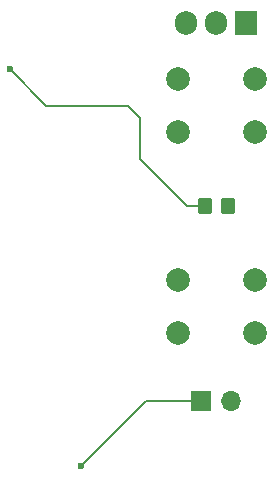
<source format=gbr>
%TF.GenerationSoftware,KiCad,Pcbnew,8.0.2*%
%TF.CreationDate,2024-06-06T14:13:48+02:00*%
%TF.ProjectId,nollbricka24,6e6f6c6c-6272-4696-936b-6132342e6b69,rev?*%
%TF.SameCoordinates,Original*%
%TF.FileFunction,Copper,L2,Bot*%
%TF.FilePolarity,Positive*%
%FSLAX46Y46*%
G04 Gerber Fmt 4.6, Leading zero omitted, Abs format (unit mm)*
G04 Created by KiCad (PCBNEW 8.0.2) date 2024-06-06 14:13:48*
%MOMM*%
%LPD*%
G01*
G04 APERTURE LIST*
G04 Aperture macros list*
%AMRoundRect*
0 Rectangle with rounded corners*
0 $1 Rounding radius*
0 $2 $3 $4 $5 $6 $7 $8 $9 X,Y pos of 4 corners*
0 Add a 4 corners polygon primitive as box body*
4,1,4,$2,$3,$4,$5,$6,$7,$8,$9,$2,$3,0*
0 Add four circle primitives for the rounded corners*
1,1,$1+$1,$2,$3*
1,1,$1+$1,$4,$5*
1,1,$1+$1,$6,$7*
1,1,$1+$1,$8,$9*
0 Add four rect primitives between the rounded corners*
20,1,$1+$1,$2,$3,$4,$5,0*
20,1,$1+$1,$4,$5,$6,$7,0*
20,1,$1+$1,$6,$7,$8,$9,0*
20,1,$1+$1,$8,$9,$2,$3,0*%
G04 Aperture macros list end*
%TA.AperFunction,ComponentPad*%
%ADD10C,2.000000*%
%TD*%
%TA.AperFunction,ComponentPad*%
%ADD11R,1.700000X1.700000*%
%TD*%
%TA.AperFunction,ComponentPad*%
%ADD12O,1.700000X1.700000*%
%TD*%
%TA.AperFunction,SMDPad,CuDef*%
%ADD13RoundRect,0.250000X-0.350000X-0.450000X0.350000X-0.450000X0.350000X0.450000X-0.350000X0.450000X0*%
%TD*%
%TA.AperFunction,ComponentPad*%
%ADD14R,1.905000X2.000000*%
%TD*%
%TA.AperFunction,ComponentPad*%
%ADD15O,1.905000X2.000000*%
%TD*%
%TA.AperFunction,ViaPad*%
%ADD16C,0.600000*%
%TD*%
%TA.AperFunction,Conductor*%
%ADD17C,0.200000*%
%TD*%
G04 APERTURE END LIST*
D10*
%TO.P,SW2,1,1*%
%TO.N,Net-(U1-PB2)*%
X96750000Y-79750000D03*
X103250000Y-79750000D03*
%TO.P,SW2,2,2*%
%TO.N,GND*%
X96750000Y-84250000D03*
X103250000Y-84250000D03*
%TD*%
%TO.P,SW1,1,1*%
%TO.N,Net-(U1-XTAL2{slash}PB4)*%
X96750000Y-62750000D03*
X103250000Y-62750000D03*
%TO.P,SW1,2,2*%
%TO.N,GND*%
X96750000Y-67250000D03*
X103250000Y-67250000D03*
%TD*%
D11*
%TO.P,J1,1,Pin_1*%
%TO.N,GND*%
X98725000Y-90000000D03*
D12*
%TO.P,J1,2,Pin_2*%
%TO.N,Net-(J1-Pin_2)*%
X101265000Y-90000000D03*
%TD*%
D13*
%TO.P,R1,1*%
%TO.N,Net-(D1-DIN)*%
X99000000Y-73500000D03*
%TO.P,R1,2*%
%TO.N,Net-(U1-AREF{slash}PB0)*%
X101000000Y-73500000D03*
%TD*%
D14*
%TO.P,VR1,1,GND*%
%TO.N,GND*%
X102540000Y-58000000D03*
D15*
%TO.P,VR1,2,Vout*%
%TO.N,Net-(D1-VDD)*%
X100000000Y-58000000D03*
%TO.P,VR1,3,Vin*%
%TO.N,Net-(J1-Pin_2)*%
X97460000Y-58000000D03*
%TD*%
D16*
%TO.N,Net-(D1-DIN)*%
X82529675Y-61930190D03*
%TO.N,GND*%
X88500000Y-95500000D03*
%TO.N,Net-(U1-AREF{slash}PB0)*%
X101000000Y-73500000D03*
%TD*%
D17*
%TO.N,Net-(D1-DIN)*%
X92500000Y-65000000D02*
X85599485Y-65000000D01*
X99000000Y-73500000D02*
X97500000Y-73500000D01*
X97500000Y-73500000D02*
X93500000Y-69500000D01*
X85599485Y-65000000D02*
X82529675Y-61930190D01*
X93500000Y-69500000D02*
X93500000Y-66000000D01*
X93500000Y-66000000D02*
X92500000Y-65000000D01*
%TO.N,GND*%
X98725000Y-90000000D02*
X94000000Y-90000000D01*
X94000000Y-90000000D02*
X88500000Y-95500000D01*
%TD*%
M02*

</source>
